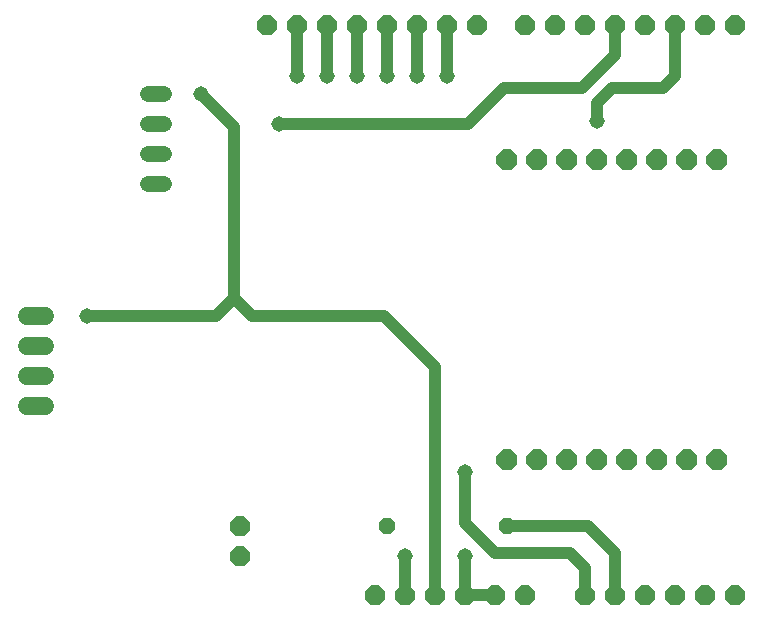
<source format=gtl>
G04 EAGLE Gerber RS-274X export*
G75*
%MOIN*%
%FSLAX24Y24*%
%LPD*%
%INTop Layer*%
%IPPOS*%
%AMOC8*
5,1,8,0,0,1.08239X$1,22.5*%
G01*
%ADD10P,0.071438X8X22.500000*%
%ADD11P,0.075767X8X292.500000*%
%ADD12C,0.052000*%
%ADD13C,0.060000*%
%ADD14P,0.071438X8X292.500000*%
%ADD15P,0.056284X8X22.500000*%
%ADD16C,0.040000*%
%ADD17C,0.051496*%


D10*
X21000Y20000D03*
X20000Y1000D03*
X22000Y20000D03*
X23000Y20000D03*
X24000Y20000D03*
X25000Y20000D03*
X20000Y20000D03*
X19000Y20000D03*
X18000Y20000D03*
X16400Y20000D03*
X15400Y20000D03*
X14400Y20000D03*
X13400Y20000D03*
X12400Y20000D03*
X11400Y20000D03*
X10400Y20000D03*
X9400Y20000D03*
X21000Y1000D03*
X22000Y1000D03*
X23000Y1000D03*
X24000Y1000D03*
X25000Y1000D03*
X18000Y1000D03*
X17000Y1000D03*
X16000Y1000D03*
X15000Y1000D03*
X14000Y1000D03*
X13000Y1000D03*
D11*
X24400Y15500D03*
X23400Y15500D03*
X22400Y15500D03*
X21400Y15500D03*
X20400Y15500D03*
X19400Y15500D03*
X18400Y15500D03*
X17400Y15500D03*
X17400Y5500D03*
X18400Y5500D03*
X19400Y5500D03*
X20400Y5500D03*
X21400Y5500D03*
X22400Y5500D03*
X23400Y5500D03*
X24400Y5500D03*
D12*
X5960Y15700D02*
X5440Y15700D01*
X5440Y14700D02*
X5960Y14700D01*
X5960Y16700D02*
X5440Y16700D01*
X5440Y17700D02*
X5960Y17700D01*
D13*
X2000Y8300D02*
X1400Y8300D01*
X1400Y7300D02*
X2000Y7300D01*
X2000Y9300D02*
X1400Y9300D01*
X1400Y10300D02*
X2000Y10300D01*
D14*
X8500Y3300D03*
X8500Y2300D03*
D15*
X13400Y3300D03*
X17400Y3300D03*
D16*
X17000Y1000D02*
X16000Y1000D01*
X16000Y2300D01*
D17*
X16000Y2300D03*
D16*
X10400Y18300D02*
X10400Y20000D01*
D17*
X10400Y18300D03*
D16*
X14000Y2300D02*
X14000Y1000D01*
D17*
X14000Y2300D03*
D16*
X15000Y1000D02*
X15000Y8600D01*
X13300Y10300D01*
X8300Y16600D02*
X7200Y17700D01*
X8300Y10900D02*
X7700Y10300D01*
X8300Y10900D02*
X8900Y10300D01*
X13300Y10300D01*
X8300Y10900D02*
X8300Y16600D01*
D17*
X3400Y10300D03*
D16*
X7700Y10300D01*
D17*
X7200Y17700D03*
D16*
X21000Y2400D02*
X21000Y1000D01*
X21000Y2400D02*
X20100Y3300D01*
X17400Y3300D01*
D17*
X15400Y18300D03*
D16*
X15400Y20000D01*
D17*
X14400Y18300D03*
D16*
X14400Y20000D01*
D17*
X13400Y18300D03*
D16*
X13400Y20000D01*
D17*
X12400Y18300D03*
D16*
X12400Y20000D01*
D17*
X11400Y18300D03*
D16*
X11400Y20000D01*
X22600Y17900D02*
X23000Y18300D01*
X22600Y17900D02*
X20900Y17900D01*
X23000Y18300D02*
X23000Y20000D01*
D17*
X20400Y16800D03*
D16*
X20400Y17400D01*
X20900Y17900D01*
X20000Y1900D02*
X20000Y1000D01*
X20000Y1900D02*
X19500Y2400D01*
X17000Y2400D01*
X16000Y3400D01*
X16000Y5100D01*
D17*
X16000Y5100D03*
D16*
X21000Y19000D02*
X21000Y20000D01*
X19900Y17900D02*
X17300Y17900D01*
X19900Y17900D02*
X21000Y19000D01*
D17*
X9800Y16700D03*
D16*
X16100Y16700D01*
X17300Y17900D01*
M02*

</source>
